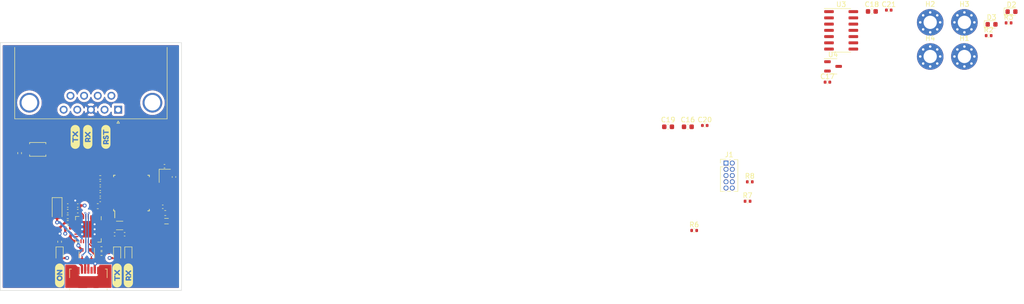
<source format=kicad_pcb>
(kicad_pcb (version 20211014) (generator pcbnew)
  (layers (0 "F.Cu" mixed) (1 "In1.Cu" power) (2 "In2.Cu" power) (31 "B.Cu" mixed) (34 "B.Paste" user) (35 "F.Paste" user) (36 "B.SilkS" user "B.Silkscreen") (37 "F.SilkS" user "F.Silkscreen") (38 "B.Mask" user) (39 "F.Mask" user) (44 "Edge.Cuts" user))
  (net 0 "")
  (net 1 "+3V3")
  (net 2 "/MCU/~{RESET}")
  (net 3 "GND")
  (net 4 "/MCU/XIN32")
  (net 5 "/MCU/XOUT32")
  (net 6 "/MCU/VDDANA")
  (net 7 "/MCU/VDDCORE")
  (net 8 "/MCU/XIN")
  (net 9 "/MCU/XOUT")
  (net 10 "+5V")
  (net 11 "Net-(D1-Pad1)")
  (net 12 "Net-(D2-Pad1)")
  (net 13 "Net-(D3-Pad1)")
  (net 14 "VBUS")
  (net 15 "/USB/D-")
  (net 16 "/USB/D+")
  (net 17 "Net-(D6-Pad1)")
  (net 18 "Net-(D7-Pad1)")
  (net 19 "Net-(J1-Pad2)")
  (net 20 "/MCU/SWCLK")
  (net 25 "/USB/SHIELD")
  (net 28 "/CAN/CAN_LOW")
  (net 32 "/CAN/CAN_HIGH")
  (net 35 "/RX_ACT")
  (net 36 "/TX_ACT")
  (net 37 "Net-(R5-Pad2)")
  (net 38 "/MCU/SWDIO")
  (net 39 "Net-(R10-Pad1)")
  (net 40 "Net-(R11-Pad2)")
  (net 41 "/USB/~{TXT}")
  (net 42 "/USB/~{RXT}")
  (net 43 "/MCU/PA02")
  (net 44 "/MCU/PA03")
  (net 45 "/MCU/PA04")
  (net 46 "/MCU/PA05")
  (net 47 "/MCU/PA06")
  (net 48 "/MCU/PA07")
  (net 49 "/MCU/PA08")
  (net 50 "/MCU/PA11")
  (net 51 "/MCU/PA16")
  (net 52 "/CAN_~{ERR}")
  (net 53 "/CAN_EN")
  (net 54 "/CAN_~{STB}")
  (net 55 "/MCU/PA22")
  (net 56 "/MCU/PA23")
  (net 57 "/CAN_TX")
  (net 58 "/CAN_RX")
  (net 59 "/MCU/PA27")
  (net 60 "/MCU/PA28")
  (net 76 "/USB/RX")
  (net 77 "/USB/TX")
  (footprint "Capacitor_SMD:C_0603_1608Metric" (layer "F.Cu") (at 96.012 80.137 180)
    (fp_text reference "C7" hide)
    (fp_text value "10µF")
    (pad "1" smd roundrect (at -0.775 0 180) (size 0.9 0.95) (layers "F.Cu" "F.Paste" "F.Mask") (net 1 "+3V3"))
    (pad "2" smd roundrect (at 0.775 0 180) (size 0.9 0.95) (layers "F.Cu" "F.Paste" "F.Mask") (net 3 "GND"))
  )
  (footprint "Capacitor_SMD:C_0603_1608Metric" (layer "F.Cu") (at 253.307 40.504)
    (fp_text reference "C18" (at 0 -1.43) (layer "F.SilkS"))
    (fp_text value "10µF")
    (pad "1" smd roundrect (at -0.775 0) (size 0.9 0.95) (layers "F.Cu" "F.Paste" "F.Mask") (net 1 "+3V3"))
    (pad "2" smd roundrect (at 0.775 0) (size 0.9 0.95) (layers "F.Cu" "F.Paste" "F.Mask") (net 3 "GND"))
  )
  (footprint "LED_SMD:LED_0603_1608Metric" (layer "F.Cu") (at 88.265 89.916 -90)
    (fp_text reference "D1" hide)
    (fp_text value "RED")
    (pad "1" smd roundrect (at -0.7875 0 270) (size 0.875 0.95) (layers "F.Cu" "F.Paste" "F.Mask") (net 11 "Net-(D1-Pad1)"))
    (pad "2" smd roundrect (at 0.7875 0 270) (size 0.875 0.95) (layers "F.Cu" "F.Paste" "F.Mask") (net 1 "+3V3"))
  )
  (footprint "Connector_PinHeader_1.27mm:PinHeader_2x05_P1.27mm_Vertical" (layer "F.Cu") (at 223.677 71.364)
    (fp_text reference "J1" (at 0.635 -1.695) (layer "F.SilkS"))
    (fp_text value "Conn_ARM_JTAG_SWD_10")
    (pad "1" thru_hole rect (at 0 0) (size 1 1) (drill 0.65) (layers *.Cu *.Mask) (net 1 "+3V3"))
    (pad "2" thru_hole oval (at 1.27 0) (size 1 1) (drill 0.65) (layers *.Cu *.Mask) (net 19 "Net-(J1-Pad2)"))
    (pad "3" thru_hole oval (at 0 1.27) (size 1 1) (drill 0.65) (layers *.Cu *.Mask) (net 3 "GND"))
    (pad "4" thru_hole oval (at 1.27 1.27) (size 1 1) (drill 0.65) (layers *.Cu *.Mask) (net 20 "/MCU/SWCLK"))
    (pad "5" thru_hole oval (at 0 2.54) (size 1 1) (drill 0.65) (layers *.Cu *.Mask) (net 3 "GND"))
    (pad "6" thru_hole oval (at 1.27 2.54) (size 1 1) (drill 0.65) (layers *.Cu *.Mask))
    (pad "7" thru_hole oval (at 0 3.81) (size 1 1) (drill 0.65) (layers *.Cu *.Mask))
    (pad "8" thru_hole oval (at 1.27 3.81) (size 1 1) (drill 0.65) (layers *.Cu *.Mask))
    (pad "9" thru_hole oval (at 0 5.08) (size 1 1) (drill 0.65) (layers *.Cu *.Mask) (net 3 "GND"))
    (pad "10" thru_hole oval (at 1.27 5.08) (size 1 1) (drill 0.65) (layers *.Cu *.Mask) (net 2 "/MCU/~{RESET}"))
  )
  (footprint "Capacitor_SMD:C_0402_1005Metric" (layer "F.Cu") (at 101.473 85.852)
    (fp_text reference "C3" hide)
    (fp_text value "4.7pF")
    (pad "1" smd roundrect (at -0.48 0) (size 0.56 0.62) (layers "F.Cu" "F.Paste" "F.Mask") (net 3 "GND"))
    (pad "2" smd roundrect (at 0.48 0) (size 0.56 0.62) (layers "F.Cu" "F.Paste" "F.Mask") (net 5 "/MCU/XOUT32"))
  )
  (footprint "Connector_Dsub:DSUB-9_Male_Horizontal_P2.77x2.84mm_EdgePinOffset9.90mm_Housed_MountingHolesOffset11.32mm" (layer "F.Cu") (at 100.165 60.500331 180)
    (fp_text reference "J3" hide)
    (fp_text value "DB9_Male_MountingHoles")
    (pad "0" thru_hole circle (at -6.96 1.42 180) (size 4 4) (drill 3.2) (layers *.Cu *.Mask))
    (pad "0" thru_hole circle (at 18.04 1.42 180) (size 4 4) (drill 3.2) (layers *.Cu *.Mask))
    (pad "1" thru_hole rect (at 0 0 180) (size 1.6 1.6) (drill 1) (layers *.Cu *.Mask))
    (pad "2" thru_hole circle (at 2.77 0 180) (size 1.6 1.6) (drill 1) (layers *.Cu *.Mask) (net 28 "/CAN/CAN_LOW"))
    (pad "3" thru_hole circle (at 5.54 0 180) (size 1.6 1.6) (drill 1) (layers *.Cu *.Mask) (net 3 "GND"))
    (pad "4" thru_hole circle (at 8.31 0 180) (size 1.6 1.6) (drill 1) (layers *.Cu *.Mask))
    (pad "5" thru_hole circle (at 11.08 0 180) (size 1.6 1.6) (drill 1) (layers *.Cu *.Mask))
    (pad "6" thru_hole circle (at 1.385 2.84 180) (size 1.6 1.6) (drill 1) (layers *.Cu *.Mask))
    (pad "7" thru_hole circle (at 4.155 2.84 180) (size 1.6 1.6) (drill 1) (layers *.Cu *.Mask) (net 32 "/CAN/CAN_HIGH"))
    (pad "8" thru_hole circle (at 6.925 2.84 180) (size 1.6 1.6) (drill 1) (layers *.Cu *.Mask))
    (pad "9" thru_hole circle (at 9.695 2.84 180) (size 1.6 1.6) (drill 1) (layers *.Cu *.Mask))
  )
  (footprint "Capacitor_SMD:C_0402_1005Metric" (layer "F.Cu") (at 91.948 80.01 180)
    (fp_text reference "C14" hide)
    (fp_text value "4.7µF")
    (pad "1" smd roundrect (at -0.48 0 180) (size 0.56 0.62) (layers "F.Cu" "F.Paste" "F.Mask") (net 1 "+3V3"))
    (pad "2" smd roundrect (at 0.48 0 180) (size 0.56 0.62) (layers "F.Cu" "F.Paste" "F.Mask") (net 3 "GND"))
  )
  (footprint "LED_SMD:LED_0603_1608Metric" (layer "F.Cu") (at 277.637 43.134)
    (fp_text reference "D3" (at 0 -1.43) (layer "F.SilkS"))
    (fp_text value "GREEN")
    (pad "1" smd roundrect (at -0.7875 0) (size 0.875 0.95) (layers "F.Cu" "F.Paste" "F.Mask") (net 13 "Net-(D3-Pad1)"))
    (pad "2" smd roundrect (at 0.7875 0) (size 0.875 0.95) (layers "F.Cu" "F.Paste" "F.Mask") (net 1 "+3V3"))
  )
  (footprint "Resistor_SMD:R_0402_1005Metric" (layer "F.Cu") (at 228.057 79.134)
    (fp_text reference "R7" (at 0 -1.17) (layer "F.SilkS"))
    (fp_text value "33kΩ")
    (pad "1" smd roundrect (at -0.51 0) (size 0.54 0.64) (layers "F.Cu" "F.Paste" "F.Mask") (net 38 "/MCU/SWDIO"))
    (pad "2" smd roundrect (at 0.51 0) (size 0.54 0.64) (layers "F.Cu" "F.Paste" "F.Mask") (net 1 "+3V3"))
  )
  (footprint "Button_Switch_SMD:SW_SPST_B3U-1000P" (layer "F.Cu") (at 83.82 68.58 180)
    (fp_text reference "SW1" hide)
    (fp_text value "SW_Push")
    (pad "1" smd rect (at -1.7 0 180) (size 0.9 1.7) (layers "F.Cu" "F.Paste" "F.Mask") (net 3 "GND"))
    (pad "2" smd rect (at 1.7 0 180) (size 0.9 1.7) (layers "F.Cu" "F.Paste" "F.Mask") (net 37 "Net-(R5-Pad2)"))
  )
  (footprint "kibuzzard-63D2A060" (layer "F.Cu") (at 88.265 94.234 90)
    (fp_text reference "kibuzzard-63D2A060" hide)
    (fp_text value "G***" hide)
  )
  (footprint "kibuzzard-63D2AF7E" (layer "F.Cu") (at 91.44 66.04 90)
    (fp_text reference "kibuzzard-63D2AF7E" hide)
    (fp_text value "G***" hide)
  )
  (footprint "Capacitor_SMD:C_0402_1005Metric" (layer "F.Cu") (at 99.441 85.852 180)
    (fp_text reference "C2" hide)
    (fp_text value "4.7pF")
    (pad "1" smd roundrect (at -0.48 0 180) (size 0.56 0.62) (layers "F.Cu" "F.Paste" "F.Mask") (net 3 "GND"))
    (pad "2" smd roundrect (at 0.48 0 180) (size 0.56 0.62) (layers "F.Cu" "F.Paste" "F.Mask") (net 4 "/MCU/XIN32"))
  )
  (footprint "Resistor_SMD:R_0402_1005Metric" (layer "F.Cu") (at 96.774 88.773)
    (fp_text reference "R12" hide)
    (fp_text value "68Ω")
    (pad "1" smd roundrect (at -0.51 0) (size 0.54 0.64) (layers "F.Cu" "F.Paste" "F.Mask") (net 41 "/USB/~{TXT}"))
    (pad "2" smd roundrect (at 0.51 0) (size 0.54 0.64) (layers "F.Cu" "F.Paste" "F.Mask") (net 17 "Net-(D6-Pad1)"))
  )
  (footprint "Crystal:Crystal_SMD_2016-4Pin_2.0x1.6mm" (layer "F.Cu") (at 109.643 73.976 -90)
    (fp_text reference "Y2" hide)
    (fp_text value "32MHz")
    (pad "1" smd rect (at -0.7 0.55 270) (size 0.9 0.8) (layers "F.Cu" "F.Paste" "F.Mask") (net 9 "/MCU/XOUT"))
    (pad "2" smd rect (at 0.7 0.55 270) (size 0.9 0.8) (layers "F.Cu" "F.Paste" "F.Mask") (net 3 "GND"))
    (pad "3" smd rect (at 0.7 -0.55 270) (size 0.9 0.8) (layers "F.Cu" "F.Paste" "F.Mask") (net 8 "/MCU/XIN"))
    (pad "4" smd rect (at -0.7 -0.55 270) (size 0.9 0.8) (layers "F.Cu" "F.Paste" "F.Mask") (net 3 "GND"))
  )
  (footprint "Capacitor_SMD:C_0402_1005Metric" (layer "F.Cu") (at 89.916 80.01 180)
    (fp_text reference "C12" hide)
    (fp_text value "4.7µF")
    (pad "1" smd roundrect (at -0.48 0 180) (size 0.56 0.62) (layers "F.Cu" "F.Paste" "F.Mask") (net 10 "+5V"))
    (pad "2" smd roundrect (at 0.48 0 180) (size 0.56 0.62) (layers "F.Cu" "F.Paste" "F.Mask") (net 3 "GND"))
  )
  (footprint "Capacitor_SMD:C_0402_1005Metric" (layer "F.Cu") (at 219.357 63.714)
    (fp_text reference "C20" (at 0 -1.16) (layer "F.SilkS"))
    (fp_text value "100nF")
    (pad "1" smd roundrect (at -0.48 0) (size 0.56 0.62) (layers "F.Cu" "F.Paste" "F.Mask") (net 1 "+3V3"))
    (pad "2" smd roundrect (at 0.48 0) (size 0.56 0.62) (layers "F.Cu" "F.Paste" "F.Mask") (net 3 "GND"))
  )
  (footprint "MountingHole:MountingHole_2.7mm_M2.5_Pad_Via" (layer "F.Cu") (at 265.167 42.724)
    (fp_text reference "H2" (at 0 -3.7) (layer "F.SilkS"))
    (fp_text value "MountingHole_Pad")
    (pad "1" thru_hole circle (at -1.431891 1.431891) (size 0.8 0.8) (drill 0.5) (layers *.Cu *.Mask) (net 3 "GND"))
    (pad "1" thru_hole circle (at 1.431891 -1.431891) (size 0.8 0.8) (drill 0.5) (layers *.Cu *.Mask) (net 3 "GND"))
    (pad "1" thru_hole circle (at -2.025 0) (size 0.8 0.8) (drill 0.5) (layers *.Cu *.Mask) (net 3 "GND"))
    (pad "1" thru_hole circle (at 0 2.025) (size 0.8 0.8) (drill 0.5) (layers *.Cu *.Mask) (net 3 "GND"))
    (pad "1" thru_hole circle (at 0 -2.025) (size 0.8 0.8) (drill 0.5) (layers *.Cu *.Mask) (net 3 "GND"))
    (pad "1" thru_hole circle (at 0 0) (size 5.4 5.4) (drill 2.7) (layers *.Cu *.Mask) (net 3 "GND"))
    (pad "1" thru_hole circle (at 1.431891 1.431891) (size 0.8 0.8) (drill 0.5) (layers *.Cu *.Mask) (net 3 "GND"))
    (pad "1" thru_hole circle (at 2.025 0) (size 0.8 0.8) (drill 0.5) (layers *.Cu *.Mask) (net 3 "GND"))
    (pad "1" thru_hole circle (at -1.431891 -1.431891) (size 0.8 0.8) (drill 0.5) (layers *.Cu *.Mask) (net 3 "GND"))
  )
  (footprint "Resistor_SMD:R_0402_1005Metric" (layer "F.Cu") (at 80.137 69.342 90)
    (fp_text reference "R5" hide)
    (fp_text value "330Ω")
    (pad "1" smd roundrect (at -0.51 0 90) (size 0.54 0.64) (layers "F.Cu" "F.Paste" "F.Mask") (net 2 "/MCU/~{RESET}"))
    (pad "2" smd roundrect (at 0.51 0 90) (size 0.54 0.64) (layers "F.Cu" "F.Paste" "F.Mask") (net 37 "Net-(R5-Pad2)"))
  )
  (footprint "Capacitor_SMD:C_0402_1005Metric" (layer "F.Cu") (at 109.22 80.264)
    (fp_text reference "C5" hide)
    (fp_text value "100nF")
    (pad "1" smd roundrect (at -0.48 0) (size 0.56 0.62) (layers "F.Cu" "F.Paste" "F.Mask") (net 6 "/MCU/VDDANA"))
    (pad "2" smd roundrect (at 0.48 0) (size 0.56 0.62) (layers "F.Cu" "F.Paste" "F.Mask") (net 3 "GND"))
  )
  (footprint "Resistor_SMD:R_0402_1005Metric" (layer "F.Cu") (at 89.916 84.582)
    (fp_text reference "R11" hide)
    (fp_text value "1kΩ")
    (pad "1" smd roundrect (at -0.51 0) (size 0.54 0.64) (layers "F.Cu" "F.Paste" "F.Mask") (net 1 "+3V3"))
    (pad "2" smd roundrect (at 0.51 0) (size 0.54 0.64) (layers "F.Cu" "F.Paste" "F.Mask") (net 40 "Net-(R11-Pad2)"))
  )
  (footprint "Crystal:Crystal_SMD_3215-2Pin_3.2x1.5mm" (layer "F.Cu") (at 100.457 84.074)
    (fp_text reference "Y1" hide)
    (fp_text value "32.768kHz")
    (pad "1" smd rect (at 1.25 0) (size 1 1.8) (layers "F.Cu" "F.Paste" "F.Mask") (net 5 "/MCU/XOUT32"))
    (pad "2" smd rect (at -1.25 0) (size 1 1.8) (layers "F.Cu" "F.Paste" "F.Mask") (net 4 "/MCU/XIN32"))
  )
  (footprint "kibuzzard-63D2AF56" (layer "F.Cu") (at 99.949 94.234 90)
    (fp_text reference "kibuzzard-63D2AF56" hide)
    (fp_text value "G***" hide)
  )
  (footprint "LED_SMD:LED_0603_1608Metric" (layer "F.Cu") (at 102.235 89.916 -90)
    (fp_text reference "D6" hide)
    (fp_text value "YELLOW")
    (pad "1" smd roundrect (at -0.7875 0 270) (size 0.875 0.95) (layers "F.Cu" "F.Paste" "F.Mask") (net 17 "Net-(D6-Pad1)"))
    (pad "2" smd roundrect (at 0.7875 0 270) (size 0.875 0.95) (layers "F.Cu" "F.Paste" "F.Mask") (net 1 "+3V3"))
  )
  (footprint "Capacitor_SMD:C_0402_1005Metric" (layer "F.Cu") (at 89.916 81.153 180)
    (fp_text reference "C13" hide)
    (fp_text value "100nF")
    (pad "1" smd roundrect (at -0.48 0 180) (size 0.56 0.62) (layers "F.Cu" "F.Paste" "F.Mask") (net 10 "+5V"))
    (pad "2" smd roundrect (at 0.48 0 180) (size 0.56 0.62) (layers "F.Cu" "F.Paste" "F.Mask") (net 3 "GND"))
  )
  (footprint "Resistor_SMD:R_0402_1005Metric" (layer "F.Cu") (at 228.507 75.184)
    (fp_text reference "R8" (at 0 -1.17) (layer "F.SilkS"))
    (fp_text value "22Ω")
    (pad "1" smd roundrect (at -0.51 0) (size 0.54 0.64) (layers "F.Cu" "F.Paste" "F.Mask") (net 38 "/MCU/SWDIO"))
    (pad "2" smd roundrect (at 0.51 0) (size 0.54 0.64) (layers "F.Cu" "F.Paste" "F.Mask") (net 19 "Net-(J1-Pad2)"))
  )
  (footprint "Capacitor_SMD:C_0402_1005Metric" (layer "F.Cu") (at 96.52 77.724 180)
    (fp_text reference "C8" hide)
    (fp_text value "100nF")
    (pad "1" smd roundrect (at -0.48 0 180) (size 0.56 0.62) (layers "F.Cu" "F.Paste" "F.Mask") (net 7 "/MCU/VDDCORE"))
    (pad "2" smd roundrect (at 0.48 0 180) (size 0.56 0.62) (layers "F.Cu" "F.Paste" "F.Mask") (net 3 "GND"))
  )
  (footprint "kibuzzard-63D2AF87" (layer "F.Cu") (at 97.663 66.04 90)
    (fp_text reference "kibuzzard-63D2AF87" hide)
    (fp_text value "G***" hide)
  )
  (footprint "Resistor_SMD:R_0402_1005Metric" (layer "F.Cu") (at 217.207 85.084)
    (fp_text reference "R6" (at 0 -1.17) (layer "F.SilkS"))
    (fp_text value "33kΩ")
    (pad "1" smd roundrect (at -0.51 0) (size 0.54 0.64) (layers "F.Cu" "F.Paste" "F.Mask") (net 20 "/MCU/SWCLK"))
    (pad "2" smd roundrect (at 0.51 0) (size 0.54 0.64) (layers "F.Cu" "F.Paste" "F.Mask") (net 1 "+3V3"))
  )
  (footprint "Resistor_SMD:R_0402_1005Metric" (layer "F.Cu") (at 277.047 45.424)
    (fp_text reference "R2" (at 0 -1.17) (layer "F.SilkS"))
    (fp_text value "68Ω")
    (pad "1" smd roundrect (at -0.51 0) (size 0.54 0.64) (layers "F.Cu" "F.Paste" "F.Mask") (net 12 "Net-(D2-Pad1)"))
    (pad "2" smd roundrect (at 0.51 0) (size 0.54 0.64) (layers "F.Cu" "F.Paste" "F.Mask") (net 35 "/RX_ACT"))
  )
  (footprint "Diode_SMD:D_SOD-123" (layer "F.Cu") (at 87.757 80.645 -90)
    (fp_text reference "D5" hide)
    (fp_text value "MBR130T1G")
    (pad "1" smd rect (at -1.65 0 270) (size 0.9 1.2) (layers "F.Cu" "F.Paste" "F.Mask") (net 10 "+5V"))
    (pad "2" smd rect (at 1.65 0 270) (size 0.9 1.2) (layers "F.Cu" "F.Paste" "F.Mask") (net 14 "VBUS"))
  )
  (footprint "LED_SMD:LED_0603_1608Metric" (layer "F.Cu") (at 99.949 89.916 -90)
    (fp_text reference "D7" hide)
    (fp_text value "YELLOW")
    (pad "1" smd roundrect (at -0.7875 0 270) (size 0.875 0.95) (layers "F.Cu" "F.Paste" "F.Mask") (net 18 "Net-(D7-Pad1)"))
    (pad "2" smd roundrect (at 0.7875 0 270) (size 0.875 0.95) (layers "F.Cu" "F.Paste" "F.Mask") (net 1 "+3V3"))
  )
  (footprint "Package_TO_SOT_SMD:SOT-143" (layer "F.Cu") (at 93.7768 90.043 -90)
    (fp_text reference "D4" hide)
    (fp_text value "SP0503BAHT")
    (pad "1" smd rect (at -1 -0.75 270) (size 0.7 1) (layers "F.Cu" "F.Paste" "F.Mask") (net 3 "GND"))
    (pad "2" smd rect (at -1 0.95 270) (size 0.7 0.6) (layers "F.Cu" "F.Paste" "F.Mask") (net 14 "VBUS"))
    (pad "3" smd rect (at 1 0.95 270) (size 0.7 0.6) (layers "F.Cu" "F.Paste" "F.Mask") (net 15 "/USB/D-"))
    (pad "4" smd rect (at 1 -0.95 270) (size 0.7 0.6) (layers "F.Cu" "F.Paste" "F.Mask") (net 16 "/USB/D+"))
  )
  (footprint "Connector_USB:USB_Micro-B_Molex_47346-0001" (layer "F.Cu") (at 94.107 94.65)
    (fp_text reference "J2" hide)
    (fp_text value "USB_B_Micro")
    (pad "1" smd rect (at -1.3 -1.46) (size 0.45 1.38) (layers "F.Cu" "F.Paste" "F.Mask") (net 14 "VBUS"))
    (pad "2" smd rect (at -0.65 -1.46) (size 0.45 1.38) (layers "F.Cu" "F.Paste" "F.Mask") (net 15 "/USB/D-"))
    (pad "3" smd rect (at 0 -1.46) (size 0.45 1.38) (layers "F.Cu" "F.Paste" "F.Mask") (net 16 "/USB/D+"))
    (pad "4" smd rect (at 0.65 -1.46) (size 0.45 1.38) (layers "F.Cu" "F.Paste" "F.Mask"))
    (pad "5" smd rect (at 1.3 -1.46) (size 0.45 1.38) (layers "F.Cu" "F.Paste" "F.Mask") (net 3 "GND"))
    (pad "6" smd rect (at 1.55 1.2) (size 1 1.9) (layers "F.Cu" "F.Paste" "F.Mask") (net 25 "/USB/SHIELD"))
    (pad "6" smd rect (at -2.4875 -1.375) (size 1.425 1.55) (layers "F.Cu" "F.Paste" "F.Mask") (net 25 "/USB/SHIELD"))
    (pad "6" smd rect (at 2.4875 -1.375) (size 1.425 1.55) (layers "F.Cu" "F.Paste" "F.Mask") (net 25 "/USB/SHIELD"))
    (pad "6" smd rect (at -1.15 1.2) (size 1.8 1.9) (layers "F.Cu" "F.Paste" "F.Mask") (net 25 "/USB/SHIELD"))
    (pad "6" smd rect (at 3.375 1.2) (size 1.65 1.3) (layers "F.Cu" "F.Paste" "F.Mask") (net 25 "/USB/SHIELD"))
    (pad "6" smd rect (at -3.375 1.2) (size 1.65 1.3) (layers "F.Cu" "F.Paste" "F.Mask") (net 25 "/USB/SHIELD"))
  )
  (footprint "Capacitor_SMD:C_0402_1005Metric" (layer "F.Cu") (at 96.52 78.867 180)
    (fp_text reference "C9" hide)
    (fp_text value "100nF")
    (pad "1" smd roundrect (at -0.48 0 180) (size 0.56 0.62) (layers "F.Cu" "F.Paste" "F.Mask") (net 1 "+3V3"))
    (pad "2" smd roundrect (at 0.48 0 180) (size 0.56 0.62) (layers "F.Cu" "F.Paste" "F.Mask") (net 3 "GND"))
  )
  (footprint "Resistor_SMD:R_0402_1005Metric" (layer "F.Cu") (at 281.097 42.834)
    (fp_text reference "R3" (at 0 -1.17) (layer "F.SilkS"))
    (fp_text value "68Ω")
    (pad "1" smd roundrect (at -0.51 0) (size 0.54 0.64) (layers "F.Cu" "F.Paste" "F.Mask") (net 13 "Net-(D3-Pad1)"))
    (pad "2" smd roundrect (at 0.51 0) (size 0.54 0.64) (layers "F.Cu" "F.Paste" "F.Mask") (net 36 "/TX_ACT"))
  )
  (footprint "Capacitor_SMD:C_0402_1005Metric" (layer "F.Cu") (at 109.573 72.009)
    (fp_text reference "C11" hide)
    (fp_text value "5.6pF")
    (pad "1" smd roundrect (at -0.48 0) (size 0.56 0.62) (layers "F.Cu" "F.Paste" "F.Mask") (net 9 "/MCU/XOUT"))
    (pad "2" smd roundrect (at 0.48 0) (size 0.56 0.62) (layers "F.Cu" "F.Paste" "F.Mask") (net 3 "GND"))
  )
  (footprint "Capacitor_SMD:C_0402_1005Metric" (layer "F.Cu") (at 96.52 76.581 180)
    (fp_text reference "C6" hide)
    (fp_text value "1µF")
    (pad "1" smd roundrect (at -0.48 0 180) (size 0.56 0.62) (layers "F.Cu" "F.Paste" "F.Mask") (net 7 "/MCU/VDDCORE"))
    (pad "2" smd roundrect (at 0.48 0 180) (size 0.56 0.62) (layers "F.Cu" "F.Paste" "F.Mask") (net 3 "GND"))
  )
  (footprint "Package_TO_SOT_SMD:SOT-23-3" (layer "F.Cu") (at 245.427 51.684)
    (fp_text reference "U4" (at 0 -2.4) (layer "F.SilkS"))
    (fp_text value "PESD2CANFD24L")
    (pad "1" smd roundrect locked (at -1.1375 -0.95) (size 1.325 0.6) (layers "F.Cu" "F.Paste" "F.Mask") (net 28 "/CAN/CAN_LOW"))
    (pad "2" smd roundrect locked (at -1.1375 0.95) (size 1.325 0.6) (layers "F.Cu" "F.Paste" "F.Mask") (net 32 "/CAN/CAN_HIGH"))
    (pad "3" smd roundrect locked (at 1.1375 0) (size 1.325 0.6) (layers "F.Cu" "F.Paste" "F.Mask") (net 3 "GND"))
  )
  (footprint "Resistor_SMD:R_0402_1005Metric" (layer "F.Cu") (at 88.265 87.376 90)
    (fp_text reference "R1" hide)
    (fp_text value "68Ω")
    (pad "1" smd roundrect (at -0.51 0 90) (size 0.54 0.64) (layers "F.Cu" "F.Paste" "F.Mask") (net 11 "Net-(D1-Pad1)"))
    (pad "2" smd roundrect (at 0.51 0 90) (size 0.54 0.64) (layers "F.Cu" "F.Paste" "F.Mask") (net 3 "GND"))
  )
  (footprint "Capacitor_SMD:C_0603_1608Metric" (layer "F.Cu") (at 215.917 63.984)
    (fp_text reference "C16" (at 0 -1.43) (layer "F.SilkS"))
    (fp_text value "10µF")
    (pad "1" smd roundrect (at -0.775 0) (size 0.9 0.95) (layers "F.Cu" "F.Paste" "F.Mask") (net 10 "+5V"))
    (pad "2" smd roundrect (at 0.775 0) (size 0.9 0.95) (layers "F.Cu" "F.Paste" "F.Mask") (net 3 "GND"))
  )
  (footprint "LED_SMD:LED_0603_1608Metric" (layer "F.Cu") (at 281.687 40.544)
    (fp_text reference "D2" (at 0 -1.43) (layer "F.SilkS"))
    (fp_text value "GREEN")
    (pad "1" smd roundrect (at -0.7875 0) (size 0.875 0.95) (layers "F.Cu" "F.Paste" "F.Mask") (net 12 "Net-(D2-Pad1)"))
    (pad "2" smd roundrect (at 0.7875 0) (size 0.875 0.95) (layers "F.Cu" "F.Paste" "F.Mask") (net 1 "+3V3"))
  )
  (footprint "Capacitor_SMD:C_0603_1608Metric" (layer "F.Cu") (at 211.907 63.984)
    (fp_text reference "C19" (at 0 -1.43) (layer "F.SilkS"))
    (fp_text value "10µF")
    (pad "1" smd roundrect (at -0.775 0) (size 0.9 0.95) (layers "F.Cu" "F.Paste" "F.Mask") (net 10 "+5V"))
    (pad "2" smd roundrect (at 0.775 0) (size 0.9 0.95) (layers "F.Cu" "F.Paste" "F.Mask") (net 3 "GND"))
  )
  (footprint "Package_QFP:TQFP-32_7x7mm_P0.8mm" (layer "F.Cu") (at 102.87 77.47 90)
    (fp_text reference "U1" hide)
    (fp_text value "ATSAMC21E")
    (pad "1" smd rect (at -4.25 -2.8 90) (size 1.6 0.55) (layers "F.Cu" "F.Paste" "F.Mask") (net 4 "/MCU/XIN32"))
    (pad "2" smd rect (at -4.25 -2 90) (size 1.6 0.55) (layers "F.Cu" "F.Paste" "F.Mask") (net 5 "/MCU/XOUT32"))
    (pad "3" smd rect (at -4.25 -1.2 90) (size 1.6 0.55) (layers "F.Cu" "F.Paste" "F.Mask") (net 43 "/MCU/PA02"))
    (pad "4" smd rect (at -4.25 -0.4 90) (size 1.6 0.55) (layers "F.Cu" "F.Paste" "F.Mask") (net 44 "/MCU/PA03"))
    (pad "5" smd rect (at -4.25 0.4 90) (size 1.6 0.55) (layers "F.Cu" "F.Paste" "F.Mask") (net 45 "/MCU/PA04"))
    (pad "6" smd rect (at -4.25 1.2 90) (size 1.6 0.55) (layers "F.Cu" "F.Paste" "F.Mask") (net 46 "/MCU/PA05"))
    (pad "7" smd rect (at -4.25 2 90) (size 1.6 0.55) (layers "F.Cu" "F.Paste" "F.Mask") (net 47 "/MCU/PA06"))
    (pad "8" smd rect (at -4.25 2.8 90) (size 1.6 0.55) (layers "F.Cu" "F.Paste" "F.Mask") (net 48 "/MCU/PA07"))
    (pad "9" smd rect (at -2.8 4.25 180) (size 1.6 0.55) (layers "F.Cu" "F.Paste" "F.Mask") (net 6 "/MCU/VDDANA"))
    (pad "10" smd rect (at -2 4.25 180) (size 1.6 0.55) (layers "F.Cu" "F.Paste" "F.Mask") (net 3 "GND"))
    (pad "11" smd rect (at -1.2 4.25 180) (size 1.6 0.55) (layers "F.Cu" "F.Paste" "F.Mask") (net 49 "/MCU/PA08"))
    (pad "12" smd rect (at -0.4 4.25 180) (size 1.6 0.55) (layers "F.Cu" "F.Paste" "F.Mask") (net 35 "/RX_ACT"))
    (pad "13" smd rect (at 0.4 4.25 180) (size 1.6 0.55) (layers "F.Cu" "F.Paste" "F.Mask") (net 36 "/TX_ACT"))
    (pad "14" smd rect (at 1.2 4.25 180) (size 1.6 0.55) (layers "F.Cu" "F.Paste" "F.Mask") (net 50 "/MCU/PA11"))
    (pad "15" smd rect (at 2 4.25 180) (size 1.6 0.55) (layers "F.Cu" "F.Paste" "F.Mask") (net 8 "/MCU/XIN"))
    (pad "16" smd rect (at 2.8 4.25 180) (size 1.6 0.55) (layers "F.Cu" "F.Paste" "F.Mask") (net 9 "/MCU/XOUT"))
    (pad "17" smd rect (at 4.25 2.8 90) (size 1.6 0.55) (layers "F.Cu" "F.Paste" "F.Mask") (net 51 "/MCU/PA16"))
    (pad "18" smd rect (at 4.25 2 90) (size 1.6 0.55) (layers "F.Cu" "F.Paste" "F.Mask") (net 52 "/CAN_~{ERR}"))
    (pad "19" smd rect (at 4.25 1.2 90) (size 1.6 0.55) (layers "F.Cu" "F.Paste" "F.Mask") (net 53 "/CAN_EN"))
    (pad "20" smd rect (at 4.25 0.4 90) (size 1.6 0.55) (layers "F.Cu" "F.Paste" "F.Mask") (net 54 "/CAN_~{STB}"))
    (pad "21" smd rect (at 4.25 -0.4 90) (size 1.6 0.55) (layers "F.Cu" "F.Paste" "F.Mask") (net 55 "/MCU/PA22"))
    (pad "22" smd rect (at 4.25 -1.2 90) (size 1.6 0.55) (layers "F.Cu" "F.Paste" "F.Mask") (net 56 "/MCU/PA23"))
    (pad "23" smd rect (at 4.25 -2 90) (size 1.6 0.55) (layers "F.Cu" "F.Paste" "F.Mask") (net 57 "/CAN_TX"))
    (pad "24" smd rect (at 4.25 -2.8 90) (size 1.6 0.55) (layers "F.Cu" "F.Paste" "F.Mask") (net 58 "/CAN_RX"))
    (pad "25" smd rect (at 2.8 -4.25 180) (size 1.6 0.55) (layers "F.Cu" "F.Paste" "F.Mask") (net 59 "/MCU/PA27"))
    (pad "26" smd rect (at 2 -4.25 180) (size 1.6 0.55) (layers "F.Cu" "F.Paste" "F.Mask") (net 2 "/MCU/~{RESET}"))
    (pad "27" smd rect (at 1.2 -4.25 180) (size 1.6 0.55) (layers "F.Cu" "F.Paste" "F.Mask") (net 60 "/MCU/PA28"))
    (pad "28" smd rect (at 0.4 -4.25 180) (size 1.6 0.55) (layers "F.Cu" "F.Paste" "F.Mask") (net 3 "GND"))
    (pad "29" smd rect (at -0.4 -4.25 180) (size 1.6 0.55) (layers "F.Cu" "F.Paste" "F.Mask") (net 7 "/MCU/VDDCORE"))
    (pad "30" smd rect (at -1.2 -4.25 180) (size 1.6 0.55) (layers "F.Cu" "F.Paste" "F.Mask") (net 1 "+3V3"))
    (pad "31" smd rect (at -2 -4.25 180) (size 1.6 0.55) (layers "F.Cu" "F.Paste" "F.Mask") (net 20 "/MCU/SWCLK"))
    (pad "32" smd rect (at -2.8 -4.25 180) (size 1.6 0.55) (layers "F.Cu" "F.Paste" "F.Mask") (net 38 "/MCU/SWDIO"))
  )
  (footprint "Capacitor_SMD:C_0402_1005Metric" (layer "F.Cu") (at 91.948 81.153 180)
    (fp_text reference "C15" hide)
    (fp_text value "100nF")
    (pad "1" smd roundrect (at -0.48 0 180) (size 0.56 0.62) (layers "F.Cu" "F.Paste" "F.Mask") (net 1 "+3V3"))
    (pad "2" smd roundrect (at 0.48 0 180) (size 0.56 0.62) (layers "F.Cu" "F.Paste" "F.Mask") (net 3 "GND"))
  )
  (footprint "Capacitor_SMD:C_0402_1005Metric" (layer "F.Cu") (at 111.506 74.196 90)
    (fp_text reference "C10" hide)
    (fp_text value "5.6pF")
    (pad "1" smd roundrect (at -0.48 0 90) (size 0.56 0.62) (layers "F.Cu" "F.Paste" "F.Mask") (net 8 "/MCU/XIN"))
    (pad "2" smd roundrect (at 0.48 0 90) (size 0.56 0.62) (layers "F.Cu" "F.Paste" "F.Mask") (net 3 "GND"))
  )
  (footprint "Resistor_SMD:R_0402_1005Metric" (layer "F.Cu") (at 96.52 74.295)
    (fp_text reference "R4" hide)
    (fp_text value "2.2kΩ")
    (pad "1" smd roundrect (at -0.51 0) (size 0.54 0.64) (layers "F.Cu" "F.Paste" "F.Mask") (net 1 "+3V3"))
    (pad "2" smd roundrect (at 0.51 0) (size 0.54 0.64) (layers "F.Cu" "F.Paste" "F.Mask") (net 2 "/MCU/~{RESET}"))
  )
  (footprint "Resistor_SMD:R_0402_1005Metric" (layer "F.Cu") (at 89.916 83.439 180)
    (fp_text reference "R10" hide)
    (fp_text value "47.5kΩ")
    (pad "1" smd roundrect (at -0.51 0 180) (size 0.54 0.64) (layers "F.Cu" "F.Paste" "F.Mask") (net 39 "Net-(R10-Pad1)"))
    (pad "2" smd roundrect (at 0.51 0 180) (size 0.54 0.64) (layers "F.Cu" "F.Paste" "F.Mask") (net 3 "GND"))
  )
  (footprint "kibuzzard-63D2AF74" (layer "F.Cu") (at 93.98 66.04 90)
    (fp_text reference "kibuzzard-63D2AF74" hide)
    (fp_text value "G***" hide)
  )
  (footprint "Package_DFN_QFN:QFN-28-1EP_5x5mm_P0.5mm_EP3.35x3.35mm" (layer "F.Cu") (at 94.107 84.836 -90)
    (fp_text reference "U2" hide)
    (fp_text value "CP2102N-Axx-xQFN28")
    (pad "1" smd roundrect (at -2.45 -1.5 270) (size 0.8 0.25) (layers "F.Cu" "F.Paste" "F.Mask"))
    (pad "2" smd roundrect (at -2.45 -1 270) (size 0.8 0.25) (layers "F.Cu" "F.Paste" "F.Mask"))
    (pad "3" smd roundrect (at -2.45 -0.5 270) (size 0.8 0.25) (layers "F.Cu" "F.Paste" "F.Mask") (net 3 "GND"))
    (pad "4" smd roundrect (at -2.45 0 270) (size 0.8 0.25) (layers "F.Cu" "F.Paste" "F.Mask") (net 16 "/USB/D+"))
    (pad "5" smd roundrect (at -2.45 0.5 270) (size 0.8 0.25) (layers "F.Cu" "F.Paste" "F.Mask") (net 15 "/USB/D-"))
    (pad "6" smd roundrect (at -2.45 1 270) (size 0.8 0.25) (layers "F.Cu" "F.Paste" "F.Mask") (net 1 "+3V3"))
    (pad "7" smd roundrect (at -2.45 1.5 270) (size 0.8 0.25) (layers "F.Cu" "F.Paste" "F.Mask") (net 10 "+5V"))
    (pad "8" smd roundrect (at -1.5 2.45 270) (size 0.25 0.8) (layers "F.Cu" "F.Paste" "F.Mask") (net 39 "Net-(R10-Pad1)"))
    (pad "9" smd roundrect (at -1 2.45 270) (size 0.25 0.8) (layers "F.Cu" "F.Paste" "F.Mask") (net 40 "Net-(R11-Pad2)"))
    (pad "10" smd roundrect (at -0.5 2.45 270) (size 0.25 0.8) (layers "F.Cu" "F.Paste" "F.Mask"))
    (pad "11" smd roundrect (at 0 2.45 270) (size 0.25 0.8) (layers "F.Cu" "F.Paste" "F.Mask"))
    (pad "12" smd roundrect (at 0.5 2.45 270) (size 0.25 0.8) (layers "F.Cu" "F.Paste" "F.Mask"))
    (pad "13" smd roundrect (at 1 2.45 270) (size 0.25 0.8) (layers "F.Cu" "F.Paste" "F.Mask"))
    (pad "14" smd roundrect (at 1.5 2.45 270) (size 0.25 0.8) (layers "F.Cu" "F.Paste" "F.Mask"))
    (pad "15" smd roundrect (at 2.45 1.5 270) (size 0.8 0.25) (layers "F.Cu" "F.Paste" "F.Mask"))
    (pad "16" smd roundrect (at 2.45 1 270) (size 0.8 0.25) (layers "F.Cu" "F.Paste" "F.Mask"))
    (pad "17" smd roundrect (at 2.45 0.5 270) (size 0.8 0.25) (layers "F.Cu" "F.Paste" "F.Mask"))
    (pad "18" smd roundrect (at 2.45 0 270) (size 0.8 0.25) (layers "F.Cu" "F.Paste" "F.Mask") (net 42 "/USB/~{RXT}"))
    (pad "19" smd roundrect (at 2.45 -0.5 270) (size 0.8 0.25) (layers "F.Cu" "F.Paste" "F.Mask") (net 41 "/USB/~{TXT}"))
    (pad "20" smd roundrect (at 2.45 -1 270) (size 0.8 0.25) (layers "F.Cu" "F.Paste" "F.Mask"))
    (pad "21" smd roundrect (at 2.45 -1.5 270) (size 0.8 0.25) (layers "F.Cu" "F.Paste" "F.Mask"))
    (pad "22" smd roundrect (at 1.5 -2.45 270) (size 0.25 0.8) (layers "F.Cu" "F.Paste" "F.Mask"))
    (pad "23" smd roundrect (at 1 -2.45 270) (size 0.25 0.8) (layers "F.Cu" "F.Paste" "F.Mask"))
    (pad "24" smd roundrect (at 0.5 -2.45 270) (size 0.25 0.8) (layers "F.Cu" "F.Paste" "F.Mask"))
    (pad "25" smd roundrect (at 0 -2.45 270) (size 0.25 0.8) (layers "F.Cu" "F.Paste" "F.Mask") (net 76 "/USB/RX"))
    (pad "26" smd roundrect (at -0.5 -2.45 270) (size 0.25 0.8) (layers "F.Cu" "F.Paste" "F.Mask") (net 77 "/USB/TX"))
    (pad "27" smd roundrect (at -1 -2.45 270) (size 0.25 0.8) (layers "F.Cu" "F.Paste" "F.Mask"))
    (pad "28" smd roundrect (at -1.5 -2.45 270) (size 0.25 0.8) (layers "F.Cu" "F.Paste" "F.Mask"))
    (pad "29" smd rect (at 0 0 270) (size 3.35 3.35) (layers "F.Cu" "F.Mask") (net 3 "GND"))
  )
  (footprint "MountingHole:MountingHole_2.7mm_M2.5_Pad_Via" (layer "F.Cu") (at 265.167 49.674)
    (fp_text reference "H4" (at 0 -3.7) (layer "F.SilkS"))
    (fp_text value "MountingHole_Pad")
    (pad "1" thru_hole circle (at 0 2.025) (size 0.8 0.8) (drill 0.5) (layers *.Cu *.Mask) (net 3 "GND"))
    (pad "1" thru_hole circle (at -1.431891 -1.431891) (size 0.8 0.8) (drill 0.5) (layers *.Cu *.Mask) (net 3 "GND"))
    (pad "1" thru_hole circle (at 0 -2.025) (size 0.8 0.8) (drill 0.5) (layers *.Cu *.Mask) (net 3 "GND"))
    (pad "1" thru_hole circle (at -1.431891 1.431891) (size 0.8 0.8) (drill 0.5) (layers *.Cu *.Mask) (net 3 "GND"))
    (pad "1" thru_hole circle (at 2.025 0) (size 0.8 0.8) (drill 0.5) (layers *.Cu *.Mask) (net 3 "GND"))
    (pad "1" thru_hole circle (at -2.025 0) (size 0.8 0.8) (drill 0.5) (layers *.Cu *.Mask) (net 3 "GND"))
    (pad "1" thru_hole circle (at 1.431891 1.431891) (size 0.8 0.8) (drill 0.5) (layers *.Cu *.Mask) (net 3 "GND"))
    (pad "1" thru_hole circle (at 0 0) (size 5.4 5.4) (drill 2.7) (layers *.Cu *.Mask) (net 3 "GND"))
    (pad "1" thru_hole circle (at 1.431891 -1.431891) (size 0.8 0.8) (drill 0.5) (layers *.Cu *.Mask) (net 3 "GND"))
  )
  (footprint "MountingHole:MountingHole_2.7mm_M2.5_Pad_Via" (layer "F.Cu") (at 272.117 49.674)
    (fp_text reference "H1" (at 0 -3.7) (layer "F.SilkS"))
    (fp_text value "MountingHole_Pad")
    (pad "1" thru_hole circle (at 1.431891 -1.431891) (size 0.8 0.8) (drill 0.5) (layers *.Cu *.Mask) (net 3 "GND"))
    (pad "1" thru_hole circle (at 0 2.025) (size 0.8 0.8) (drill 0.5) (layers *.Cu *.Mask) (net 3 "GND"))
    (pad "1" thru_hole circle (at 0 -2.025) (size 0.8 0.8) (drill 0.5) (layers *.Cu *.Mask) (net 3 "GND"))
    (pad "1" thru_hole circle (at 1.431891 1.431891) (size 0.8 0.8) (drill 0.5) (layers *.Cu *.Mask) (net 3 "GND"))
    (pad "1" thru_hole circle (at -2.025 0) (size 0.8 0.8) (drill 0.5) (layers *.Cu *.Mask) (net 3 "GND"))
    (pad "1" thru_hole circle (at -1.431891 -1.431891) (size 0.8 0.8) (drill 0.5) (layers *.Cu *.Mask) (net 3 "GND"))
    (pad "1" thru_hole circle (at 2.025 0) (size 0.8 0.8) (drill 0.5) (layers *.Cu *.Mask) (net 3 "GND"))
    (pad "1" thru_hole circle (at 0 0) (size 5.4 5.4) (drill 2.7) (layers *.Cu *.Mask) (net 3 "GND"))
    (pad "1" thru_hole circle (at -1.431891 1.431891) (size 0.8 0.8) (drill 0.5) (layers *.Cu *.Mask) (net 3 "GND"))
  )
  (footprint "Capacitor_SMD:C_0402_1005Metric" (layer "F.Cu") (at 256.747 40.234)
    (fp_text reference "C21" (at 0 -1.16) (layer "F.SilkS"))
    (fp_text value "100nF")
    (pad "1" smd roundrect (at -0.48 0) (size 0.56 0.62) (layers "F.Cu" "F.Paste" "F.Mask") (net 10 "+5V"))
    (pad "2" smd roundrect (at 0.48 0) (size 0.56 0.62) (layers "F.Cu" "F.Paste" "F.Mask") (net 3 "GND"))
  )
  (footprint "kibuzzard-63D2A000" (layer "F.Cu") (at 102.235 94.234 90)
    (fp_text reference "kibuzzard-63D2A000" hide)
    (fp_text value "G***" hide)
  )
  (footprint "Capacitor_SMD:C_0603_1608Metric" (layer "F.Cu") (at 109.728 81.534)
    (fp_text reference "C4" hide)
    (fp_text value "10µF")
    (pad "1" smd roundrect (at -0.775 0) (size 0.9 0.95) (layers "F.Cu" "F.Paste" "F.Mask") (net 6 "/MCU/VDDANA"))
    (pad "2" smd roundrect (at 0.775 0) (size 0.9 0.95) (layers "F.Cu" "F.Paste" "F.Mask") (net 3 "GND"))
  )
  (footprint "Capacitor_SMD:C_0402_1005Metric" (layer "F.Cu") (at 244.287 54.894)
    (fp_text reference "C17" (at 0 -1.16) (layer "F.SilkS"))
    (fp_text value "100nF")
    (pad "1" smd roundrect (at -0.48 0) (size 0.56 0.62) (layers "F.Cu" "F.Paste" "F.Mask") (net 10 "+5V"))
    (pad "2" smd roundrect (at 0.48 0) (size 0.56 0.62) (layers "F.Cu" "F.Paste" "F.Mask") (net 3 "GND"))
  )
  (footprint "MountingHole:MountingHole_2.7mm_M2.5_Pad_Via" (layer "F.Cu") (at 272.117 42.724)
    (fp_text reference "H3" (at 0 -3.7) (layer "F.SilkS"))
    (fp_text value "MountingHole_Pad")
    (pad "1" thru_hole circle (at 2.025 0) (size 0.8 0.8) (drill 0.5) (layers *.Cu *.Mask) (net 3 "GND"))
    (pad "1" thru_hole circle (at 0 0) (size 5.4 5.4) (drill 2.7) (layers *.Cu *.Mask) (net 3 "GND"))
    (pad "1" thru_hole circle (at -2.025 0) (size 0.8 0.8) (drill 0.5) (layers *.Cu *.Mask) (net 3 "GND"))
    (pad "1" thru_hole circle (at -1.431891 1.431891) (size 0.8 0.8) (drill 0.5) (layers *.Cu *.Mask) (net 3 "GND"))
    (pad "1" thru_hole circle (at 0 2.025) (size 0.8 0.8) (drill 0.5) (layers *.Cu *.Mask) (net 3 "GND"))
    (pad "1" thru_hole circle (at 1.431891 -1.431891) (size 0.8 0.8) (drill 0.5) (layers *.Cu *.Mask) (net 3 "GND"))
    (pad "1" thru_hole circle (at 1.431891 1.431891) (size 0.8 0.8) (drill 0.5) (layers *.Cu *.Mask) (net 3 "GND"))
    (pad "1" thru_hole circle (at -1.431891 -1.431891) (size 0.8 0.8) (drill 0.5) (layers *.Cu *.Mask) (net 3 "GND"))
    (pad "1" thru_hole circle (at 0 -2.025) (size 0.8 0.8) (drill 0.5) (layers *.Cu *.Mask) (net 3 "GND"))
  )
  (footprint "Resistor_SMD:R_0402_1005Metric" (layer "F.Cu") (at 96.774 89.789)
    (fp_text reference "R13" hide)
    (fp_text value "68Ω")
    (pad "1" smd roundrect (at -0.51 0) (size 0.54 0.64) (layers "F.Cu" "F.Paste" "F.Mask") (net 42 "/USB/~{RXT}"))
    (pad "2" smd roundrect (at 0.51 0) (size 0.54 0.64) (layers "F.Cu" "F.Paste" "F.Mask") (net 18 "Net-(D7-Pad1)"))
  )
  (footprint "Capacitor_SMD:C_0402_1005Metric" (layer "F.Cu") (at 96.52 75.438)
    (fp_text reference "C1" hide)
    (fp_text value "100pF")
    (pad "1" smd roundrect (at -0.48 0) (size 0.56 0.62) (layers "F.Cu" "F.Paste" "F.Mask") (net 1 "+3V3"))
    (pad "2" smd roundrect (at 0.48 0) (size 0.56 0.62) (layers "F.Cu" "F.Paste" "F.Mask") (net 2 "/MCU/~{RESET}"))
  )
  (footprint "Package_SO:SO-14_3.9x8.65mm_P1.27mm" (layer "F.Cu") (at 247.077 44.354)
    (fp_text reference "U3" (at 0 -5.28) (layer "F.SilkS"))
    (fp_text value "TJA1443AT")
    (pad "1" smd roundrect (at -2.475 -3.81) (size 1.95 0.6) (layers "F.Cu" "F.Paste" "F.Mask") (net 57 "/CAN_TX"))
    (pad "2" smd roundrect (at -2.475 -2.54) (size 1.95 0.6) (layers "F.Cu" "F.Paste" "F.Mask") (net 3 "GND"))
    (pad "3" smd roundrect (at -2.475 -1.27) (size 1.95 0.6) (layers "F.Cu" "F.Paste" "F.Mask") (net 10 "+5V"))
    (pad "4" smd roundrect (at -2.475 0) (size 1.95 0.6) (layers "F.Cu" "F.Paste" "F.Mask") (net 58 "/CAN_RX"))
    (pad "5" smd roundrect (at -2.475 1.27) (size 1.95 0.6) (layers "F.Cu" "F.Paste" "F.Mask") (net 1 "+3V3"))
    (pad "6" smd roundrect (at -2.475 2.54) (size 1.95 0.6) (layers "F.Cu" "F.Paste" "F.Mask") (net 53 "/CAN_EN"))
    (pad "7" smd roundrect (at -2.475 3.81) (size 1.95 0.6) (layers "F.Cu" "F.Paste" "F.Mask"))
    (pad "8" smd roundrect (at 2.475 3.81) (size 1.95 0.6) (layers "F.Cu" "F.Paste" "F.Mask") (net 52 "/CAN_~{ERR}"))
    (pad "9" smd roundrect (at 2.475 2.54) (size 1.95 0.6) (layers "F.Cu" "F.Paste" "F.Mask"))
    (pad "10" smd roundrect (at 2.475 1.27) (size 1.95 0.6) (layers "F.Cu" "F.Paste" "F.Mask") (net 10 "+5V"))
    (pad "11" smd roundrect (at 2.475 0) (size 1.95 0.6) (layers "F.Cu" "F.Paste" "F.Mask"))
    (pad "12" smd roundrect (at 2.475 -1.27) (size 1.95 0.6) (layers "F.Cu" "F.Paste" "F.Mask") (net 28 "/CAN/CAN_LOW"))
    (pad "13" smd roundrect (at 2.475 -2.54) (size 1.95 0.6) (layers "F.Cu" "F.Paste" "F.Mask") (net 32 "/CAN/CAN_HIGH"))
    (pad "14" smd roundrect (at 2.475 -3.81) (size 1.95 0.6) (layers "F.Cu" "F.Paste" "F.Mask") (net 54 "/CAN_~{STB}"))
  )
  (footprint "Inductor_SMD:L_0805_2012Metric" (layer "F.Cu") (at 109.982 83.185 180)
    (fp_text reference "L1" hide)
    (fp_text value "39nH")
    (pad "1" smd roundrect (at -1.0625 0 180) (size 0.875 1.2) (layers "F.Cu" "F.Paste" "F.Mask") (net 1 "+3V3"))
    (pad "2" smd roundrect (at 1.0625 0 180) (size 0.875 1.2) (layers "F.Cu" "F.Paste" "F.Mask") (net 6 "/MCU/VDDANA"))
  )
  (footprint "Resistor_SMD:R_0402_1005Metric" (layer "F.Cu") (at 89.916 82.296)
    (fp_text reference "R9" hide)
    (fp_text value "22.1kΩ")
    (pad "1" smd roundrect (at -0.51 0) (size 0.54 0.64) (layers "F.Cu" "F.Paste" "F.Mask") (net 14 "VBUS"))
    (pad "2" smd roundrect (at 0.51 0) (size 0.54 0.64) (layers "F.Cu" "F.Paste" "F.Mask") (net 39 "Net-(R10-Pad1)"))
  )
  (gr_rect (start 76.2 97.282) (end 113.03 46.863) (layer "Edge.Cuts") (width 0.1) (fill none))
  (segment (start 88.265 90.7035) (end 89.7635 90.7035) (width 0.45) (layer "F.Cu") (net 1))
  (segment (start 99.949 90.7035) (end 102.235 90.7035) (width 0.45) (layer "F.Cu") (net 1))
  (segment (start 98.4505 90.7035) (end 98.425 90.678) (width 0.45) (layer "F.Cu") (net 1))
  (segment (start 92.428 80.01) (end 92.428 81.153) (width 0.45) (layer "F.Cu") (net 1))
  (segment (start 89.406 85.723) (end 89.408 85.725) (width 0.45) (layer "F.Cu") (net 1))
  (segment (start 99.949 90.7035) (end 98.4505 90.7035) (width 0.45) (layer "F.Cu") (net 1))
  (segment (start 89.7635 90.7035) (end 89.789 90.678) (width 0.45) (layer "F.Cu") (net 1))
  (segment (start 89.406 84.582) (end 89.406 85.723) (width 0.45) (layer "F.Cu") (net 1))
  (segment (start 92.428 81.232463) (end 92.428 81.153) (width 0.25) (layer "F.Cu") (net 1))
  (segment (start 93.107 81.911463) (end 92.428 81.232463) (width 0.25) (layer "F.Cu") (net 1))
  (segment (start 92.428 80.01) (end 93.345 80.01) (width 0.45) (layer "F.Cu") (net 1))
  (segment (start 93.107 82.386) (end 93.107 81.911463) (width 0.25) (layer "F.Cu") (net 1))
  (via (at 98.425 90.678) (size 0.8) (drill 0.4) (layers "F.Cu" "B.Cu") (net 1))
  (via (at 89.408 85.725) (size 0.8) (drill 0.4) (layers "F.Cu" "B.Cu") (net 1))
  (via (at 93.345 80.01) (size 0.8) (drill 0.4) (layers "F.Cu" "B.Cu") (net 1))
  (via (at 89.789 90.678) (size 0.8) (drill 0.4) (layers "F.Cu" "B.Cu") (net 1))
  (segment (start 88.265 84.58) (end 88.265 85.725) (width 0.45) (layer "F.Cu") (net 3))
  (segment (start 95.407 93.19) (end 95.407 91.918) (width 0.45) (layer "F.Cu") (net 3))
  (segment (start 89.406 83.439) (end 88.265 84.58) (width 0.45) (layer "F.Cu") (net 3))
  (segment (start 89.436 80.01) (end 89.436 81.153) (width 0.45) (layer "F.Cu") (net 3))
  (segment (start 95.504 91.821) (end 95.504 90.0202) (width 0.45) (layer "F.Cu") (net 3))
  (segment (start 91.468 80.01) (end 91.468 81.153) (width 0.45) (layer "F.Cu") (net 3))
  (segment (start 91.468 79.022) (end 91.44 78.994) (width 0.45) (layer "F.Cu") (net 3))
  (segment (start 95.407 91.918) (end 95.504 91.821) (width 0.45) (layer "F.Cu") (net 3))
  (segment (start 91.468 80.01) (end 91.468 79.022) (width 0.45) (layer "F.Cu") (net 3))
  (segment (start 95.504 90.0202) (end 94.5268 89.043) (width 0.45) (layer "F.Cu") (net 3))
  (segment (start 88.265 86.866) (end 88.265 85.725) (width 0.45) (layer "F.Cu") (net 3))
  (segment (start 94.607 84.336) (end 94.107 84.836) (width 0.25) (layer "F.Cu") (net 3))
  (segment (start 94.607 82.386) (end 94.607 84.336) (width 0.25) (layer "F.Cu") (net 3))
  (via (at 92.837 83.82) (size 0.8) (drill 0.4) (layers "F.Cu" "B.Cu") (net 3))
  (via (at 92.837 85.852) (size 0.8) (drill 0.4) (layers "F.Cu" "B.Cu") (net 3))
  (via (at 91.44 78.994) (size 0.8) (drill 0.4) (layers "F.Cu" "B.Cu") (net 3))
  (via (at 95.377 85.852) (size 0.8) (drill 0.4) (layers "F.Cu" "B.Cu") (net 3))
  (via (at 92.837 84.836) (size 0.8) (drill 0.4) (layers "F.Cu" "B.Cu") (net 3))
  (via (at 95.377 83.82) (size 0.8) (drill 0.4) (layers "F.Cu" "B.Cu") (net 3))
  (via (at 95.377 84.836) (size 0.8) (drill 0.4) (layers "F.Cu" "B.Cu") (net 3))
  (via (at 95.504 91.821) (size 0.8) (drill 0.4) (layers "F.Cu" "B.Cu") (net 3))
  (via (at 88.265 85.725) (size 0.8) (drill 0.4) (layers "F.Cu" "B.Cu") (net 3))
  (segment (start 89.281 78.994) (end 90.043 78.994) (width 0.45) (layer "F.Cu") (net 10))
  (segment (start 89.28 78.995) (end 89.281 78.994) (width 0.45) (layer "F.Cu") (net 10))
  (segment (start 87.757 78.995) (end 89.28 78.995) (width 0.45) (layer "F.Cu") (net 10))
  (segment (start 90.043 78.994) (end 90.396 79.347) (width 0.45) (layer "F.Cu") (net 10))
  (segment (start 90.396 81.153) (end 90.396 80.01) (width 0.45) (layer "F.Cu") (net 10))
  (segment (start 90.396 79.347) (end 90.396 80.01) (width 0.45) (layer "F.Cu") (net 10))
  (segment (start 92.607 82.386) (end 91.629 82.386) (width 0.25) (layer "F.Cu") (net 10))
  (segment (start 91.629 82.386) (end 90.396 81.153) (width 0.25) (layer "F.Cu") (net 10))
  (segment (start 92.075 88.138) (end 92.075 88.2912) (width 0.45) (layer "F.Cu") (net 14))
  (segment (start 92.075 88.2912) (end 92.8268 89.043) (width 0.45) (layer "F.Cu") (net 14))
  (segment (start 87.757 82.295) (end 89.405 82.295) (width 0.45) (layer "F.Cu") (net 14))
  (segment (start 87.757 82.295) (end 87.757 83.439) (width 0.45) (layer "F.Cu") (net 14))
  (segment (start 92.1018 89.768) (end 92.8268 89.043) (width 0.45) (layer "F.Cu") (net 14))
  (segment (start 92.807 93.19) (end 92.807 92.299) (width 0.45) (layer "F.Cu") (net 14))
  (segment (start 89.405 82.295) (end 89.406 82.296) (width 0.45) (layer "F.Cu") (net 14))
  (segment (start 87.758 82.296) (end 87.757 82.295) (width 0.45) (layer "F.Cu") (net 14))
  (segment (start 92.807 92.299) (end 92.1018 91.5938) (width 0.45) (layer "F.Cu") (net 14))
  (segment (start 92.1018 91.5938) (end 92.1018 89.768) (width 0.45) (layer "F.Cu") (net 14))
  (via (at 87.757 83.439) (size 0.8) (drill 0.4) (layers "F.Cu" "B.Cu") (net 14))
  (via (at 92.075 88.138) (size 0.8) (drill 0.4) (layers "F.Cu" "B.Cu") (net 14))
  (segment (start 92.075 87.225273) (end 92.075 88.138) (width 0.45) (layer "B.Cu") (net 14))
  (segment (start 88.288727 83.439) (end 92.075 87.225273) (width 0.45) (layer "B.Cu") (net 14))
  (segment (start 87.757 83.439) (end 88.288727 83.439) (width 0.45) (layer "B.Cu") (net 14))
  (segment (start 93.607 81.669) (end 93.472 81.534) (width 0.25) (layer "F.Cu") (net 15))
  (segment (start 92.837 90.17) (end 92.837 91.0328) (width 0.25) (layer "F.Cu") (net 15))
  (segment (start 93.457 93.19) (end 93.457 91.6732) (width 0.45) (layer "F.Cu") (net 15))
  (segment (start 93.457 91.6732) (end 92.8268 91.043) (width 0.45) (layer "F.Cu") (net 15))
  (segment (start 93.607 82.386) (end 93.607 81.669) (width 0.25) (layer "F.Cu") (net 15))
  (segment (start 92.837 91.0328) (end 92.8268 91.043) (width 0.25) (layer "F.Cu") (net 15))
  (via (at 92.837 90.17) (size 0.4) (drill 0.2) (layers "F.Cu" "B.Cu") (net 15))
  (via (at 93.472 81.534) (size 0.4) (drill 0.2) (layers "F.Cu" "B.Cu") (net 15))
  (segment (start 93.472 81.534) (end 93.599 81.661) (width 0.25) (layer "B.Cu") (net 15))
  (segment (start 93.599 89.408) (end 92.837 90.17) (width 0.25) (layer "B.Cu") (net 15))
  (segment (start 93.599 81.661) (end 93.599 89.408) (width 0.25) (layer "B.Cu") (net 15))
  (segment (start 94.107 81.661) (end 94.234 81.534) (width 0.25) (layer "F.Cu") (net 16))
  (segment (start 94.107 82.386) (end 94.107 81.661) (width 0.25) (layer "F.Cu") (net 16))
  (segment (start 94.7268 90.1852) (end 94.742 90.17) (width 0.25) (layer "F.Cu") (net 16))
  (segment (start 94.107 93.19) (end 94.107 91.6628) (width 0.45) (layer "F.Cu") (net 16))
  (segment (start 94.107 91.6628) (end 94.7268 91.043) (width 0.45) (layer "F.Cu") (net 16))
  (segment (start 94.7268 91.043) (end 94.7268 90.1852) (width 0.25) (layer "F.Cu") (net 16))
  (via (at 94.234 81.534) (size 0.4) (drill 0.2) (layers "F.Cu" "B.Cu") (net 16))
  (via (at 94.742 90.17) (size 0.4) (drill 0.2) (layers "F.Cu" "B.Cu") (net 16))
  (segment (start 94.107 89.535) (end 94.107 81.661) (width 0.25) (layer "B.Cu") (net 16))
  (segment (start 94.742 90.17) (end 94.107 89.535) (width 0.25) (layer "B.Cu") (net 16))
  (segment (start 94.107 81.661) (end 94.234 81.534) (width 0.25) (layer "B.Cu") (net 16))
  (segment (start 98.683293 88.441) (end 101.5475 88.441) (width 0.25) (layer "F.Cu") (net 17))
  (segment (start 101.5475 88.441) (end 102.235 89.1285) (width 0.25) (layer "F.Cu") (net 17))
  (segment (start 98.351293 88.773) (end 98.683293 88.441) (width 0.25) (layer "F.Cu") (net 17))
  (segment (start 97.284 88.773) (end 98.351293 88.773) (width 0.25) (layer "F.Cu") (net 17))
  (segment (start 97.284 89.789) (end 98.3615 89.789) (width 0.25) (layer "F.Cu") (net 18))
  (segment (start 98.3615 89.789) (end 99.022 89.1285) (width 0.25) (layer "F.Cu") (net 18))
  (segment (start 99.022 89.1285) (end 99.949 89.1285) (width 0.25) (layer "F.Cu") (net 18))
  (segment (start 90.426 82.296) (end 90.426 83.439) (width 0.45) (layer "F.Cu") (net 39))
  (segment (start 91.657 83.336) (end 90.529 83.336) (width 0.25) (layer "F.Cu") (net 39))
  (segment (start 90.529 83.336) (end 90.426 83.439) (width 0.25) (layer "F.Cu") (net 39))
  (segment (start 91.172 83.836) (end 90.426 84.582) (width 0.25) (layer "F.Cu") (net 40))
  (segment (start 91.657 83.836) (end 91.172 83.836) (width 0.25) (layer "F.Cu") (net 40))
  (segment (start 95.427 87.936) (end 94.915058 87.936) (width 0.25) (layer "F.Cu") (net 41))
  (segment (start 94.607 87.627942) (end 94.607 87.286) (width 0.25) (layer "F.Cu") (net 41))
  (segment (start 96.264 88.773) (end 95.427 87.936) (width 0.25) (layer "F.Cu") (net 41))
  (segment (start 94.915058 87.936) (end 94.607 87.627942) (width 0.25) (layer "F.Cu") (net 41))
  (segment (start 95.631 88.67033) (end 95.631 89.156) (width 0.25) (layer "F.Cu") (net 42))
  (segment (start 95.631 89.156) (end 96.264 89.789) (width 0.25) (layer "F.Cu") (net 42))
  (segment (start 94.107 87.286) (end 94.107 87.658272) (width 0.25) (layer "F.Cu") (net 42))
  (segment (start 95.32867 88.368) (end 95.631 88.67033) (width 0.25) (layer "F.Cu") (net 42))
  (segment (start 94.816728 88.368) (end 95.32867 88.368) (width 0.25) (layer "F.Cu") (net 42))
  (segment (start 94.107 87.658272) (end 94.816728 88.368) (width 0.25) (layer "F.Cu") (net 42))
  (zone (net 25) (net_name "/USB/SHIELD") (layer "F.Cu") (connect_pads yes (clearance 0.508)) (min_thickness 0.254) (fill yes (thermal_gap 0.508) (thermal_bridge_width 0.508))
    (polygon (pts (xy 98.806 97.282) (xy 89.408 97.282) (xy 89.408 92.075) (xy 98.806 92.075)))
  )
  (zone (net 3) (net_name "GND") (layers F&B.Cu) (connect_pads (clearance 0.508)) (min_thickness 0.254) (fill yes (thermal_gap 0.508) (thermal_bridge_width 0.508))
    (polygon (pts (xy 113.03 97.282) (xy 98.933 97.282) (xy 98.933 91.948) (xy 89.281 91.948) (xy 89.281 97.282) (xy 76.2 97.282) (xy 76.2 46.863) (xy 113.03 46.863)))
  )
)
</source>
